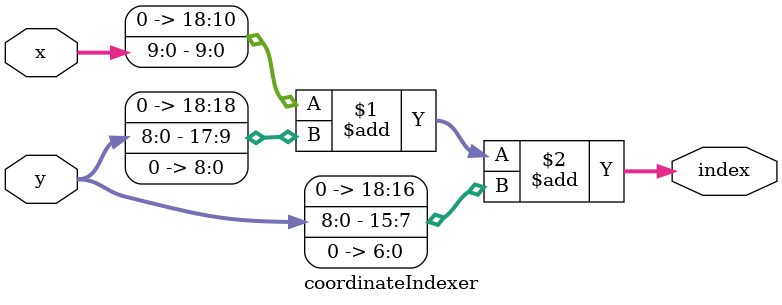
<source format=sv>
module coordinateIndexer(
	input 	[9:0] 	x,
   input 	[8:0]   	y,
   output  [18:0] 	index
);
   
assign index = ({{9{1'b0}},{x}}) + ({{1'b0},{y},{9{1'b0}}}) + ({{3{1'b0}},{y},{7{1'b0}}});
   
endmodule 
</source>
